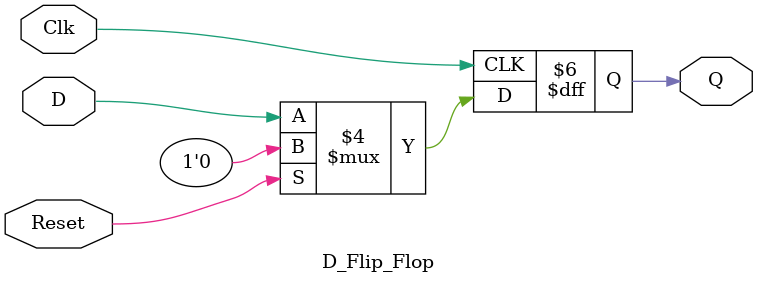
<source format=v>
`timescale 1ns / 1ps

module D_Flip_Flop(
    input D, input Clk, input Reset,
    output reg Q
    );
    
    always @(posedge Clk)
    begin
        if (Reset == 1)
            Q <= 0;
        else
            Q <= D;
        end
endmodule

</source>
